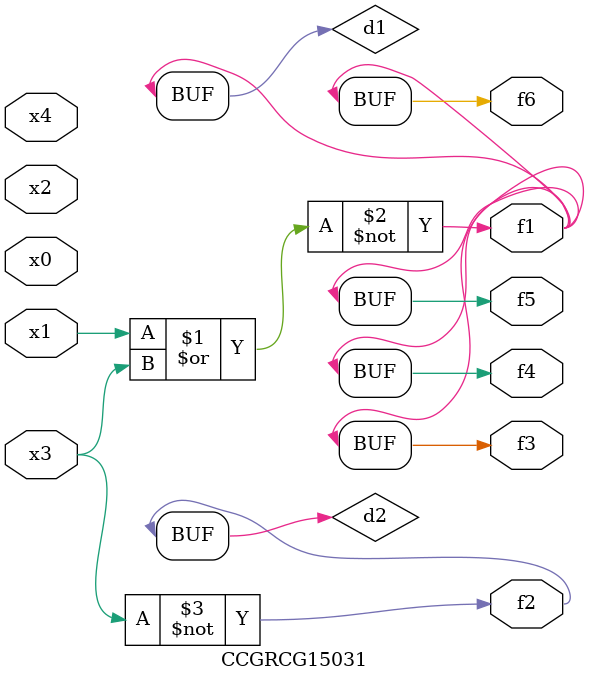
<source format=v>
module CCGRCG15031(
	input x0, x1, x2, x3, x4,
	output f1, f2, f3, f4, f5, f6
);

	wire d1, d2;

	nor (d1, x1, x3);
	not (d2, x3);
	assign f1 = d1;
	assign f2 = d2;
	assign f3 = d1;
	assign f4 = d1;
	assign f5 = d1;
	assign f6 = d1;
endmodule

</source>
